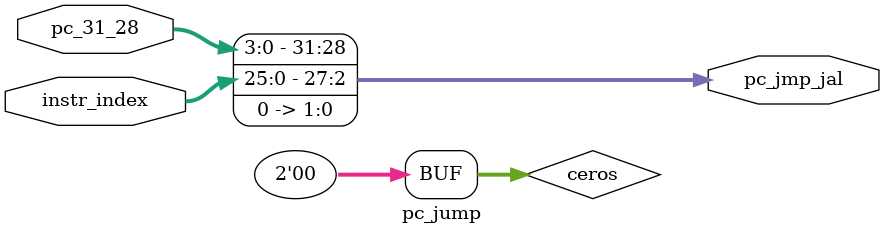
<source format=v>
`timescale 1ns / 1ps

//Se concatena los 4 bit mas significativos del pc de jmp o jal con el valor de instr_index 
module pc_jump(
                input [3:0]		pc_31_28, 
                input [25:0]	instr_index,
                output [31:0]   pc_jmp_jal 
            );
reg [1:0] ceros=0;          
assign pc_jmp_jal ={pc_31_28,instr_index,ceros};                     
            
endmodule

</source>
